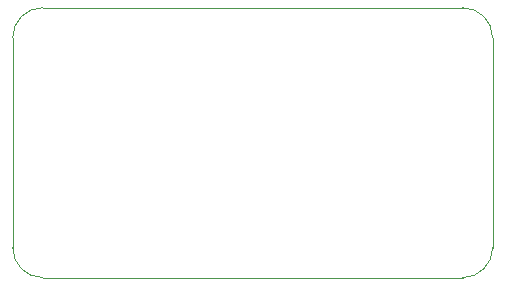
<source format=gbr>
G04 (created by PCBNEW (2013-07-07 BZR 4022)-stable) date 5/5/2015 11:01:01 PM*
%MOIN*%
G04 Gerber Fmt 3.4, Leading zero omitted, Abs format*
%FSLAX34Y34*%
G01*
G70*
G90*
G04 APERTURE LIST*
%ADD10C,0.00590551*%
%ADD11C,0.00393701*%
G04 APERTURE END LIST*
G54D10*
G54D11*
X94500Y-21500D02*
X94500Y-28500D01*
X78500Y-21500D02*
X78500Y-28500D01*
X79500Y-29500D02*
X93500Y-29500D01*
X93500Y-20500D02*
X79500Y-20500D01*
X93500Y-29500D02*
G75*
G03X94500Y-28500I0J1000D01*
G74*
G01*
X94500Y-21500D02*
G75*
G03X93500Y-20500I-1000J0D01*
G74*
G01*
X78500Y-28500D02*
G75*
G03X79500Y-29500I1000J0D01*
G74*
G01*
X79500Y-20500D02*
G75*
G03X78500Y-21500I0J-1000D01*
G74*
G01*
M02*

</source>
